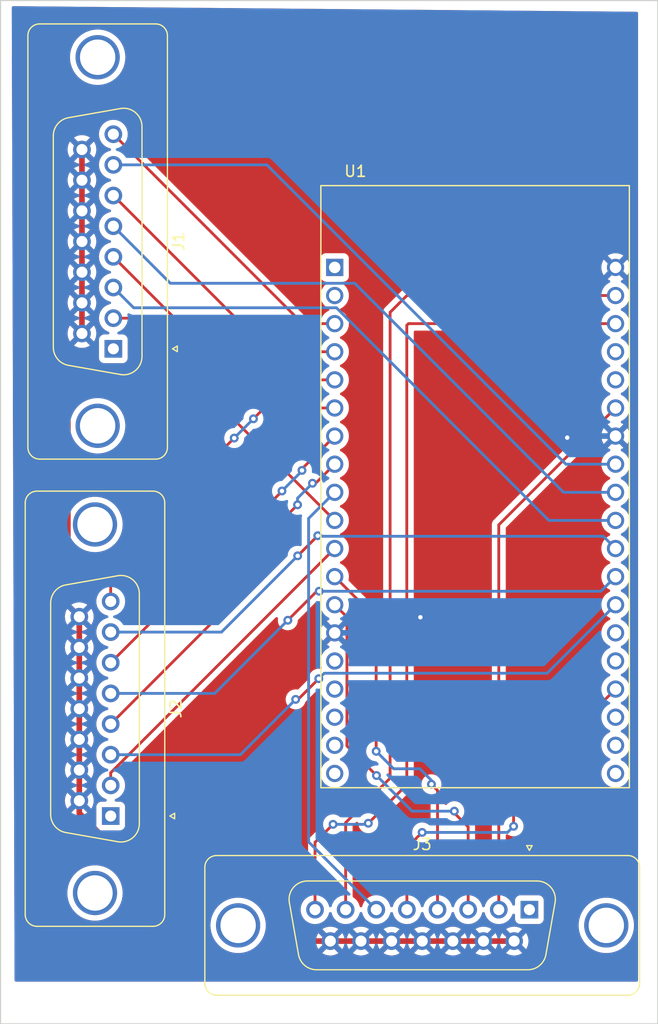
<source format=kicad_pcb>
(kicad_pcb (version 20221018) (generator pcbnew)
  (layers (0 "F.Cu" signal) (31 "B.Cu" signal) (34 "B.Paste" user) (35 "F.Paste" user) (36 "B.SilkS" user "B.Silkscreen") (37 "F.SilkS" user "F.Silkscreen") (38 "B.Mask" user) (39 "F.Mask" user) (44 "Edge.Cuts" user))
  (net 0 "")
  (net 2 "QD LED")
  (net 3 "QD Switch")
  (net 4 "Press LED")
  (net 5 "Press Switch")
  (net 6 "ARM LED")
  (net 7 "ARM Switch")
  (net 8 "GND")
  (net 10 "Mains LED")
  (net 11 "Mains Switch")
  (net 12 "Ignition LED")
  (net 13 "Ignition Switch")
  (net 14 "EQD LED")
  (net 15 "EQD Switch")
  (net 17 "Abort LED")
  (net 18 "Abort Button")
  (net 19 "ETH Press LED")
  (net 20 "LOX Press LED")
  (net 21 "+3.3V")
  (net 23 "+5V")
  (net 35 "Extra Pin 1")
  (net 36 "Extra Pin 2")
  (net 37 "Extra Pin 5")
  (net 38 "Extra Pin 4")
  (net 39 "Extra Pin 3")
  (footprint "Connector_Dsub:DSUB-15_Female_Vertical_P2.77x2.84mm_MountingHoles" (layer "F.Cu") (at 124.77 112.29 -90)
    (fp_text reference "J2" (at -9.695 -5.89 90) (layer "F.SilkS"))
    (fp_text value "DA15_Receptacle")
    (fp_line (start -29.355 6.67) (end -29.355 -3.83) (stroke (width 0.12)) (layer "F.SilkS"))
    (fp_line (start -28.295 -4.89) (end 8.905 -4.89) (stroke (width 0.12)) (layer "F.SilkS"))
    (fp_line (start -21.71147 -0.641744) (end -20.882733 4.058256) (stroke (width 0.12)) (layer "F.SilkS"))
    (fp_line (start -20.076689 -2.59) (end 0.686689 -2.59) (stroke (width 0.12)) (layer "F.SilkS"))
    (fp_line (start -19.247952 5.43) (end -0.142048 5.43) (stroke (width 0.12)) (layer "F.SilkS"))
    (fp_line (start -0.25 -5.784338) (end 0.25 -5.784338) (stroke (width 0.12)) (layer "F.SilkS"))
    (fp_line (start 0 -5.351325) (end -0.25 -5.784338) (stroke (width 0.12)) (layer "F.SilkS"))
    (fp_line (start 0.25 -5.784338) (end 0 -5.351325) (stroke (width 0.12)) (layer "F.SilkS"))
    (fp_line (start 2.32147 -0.641744) (end 1.492733 4.058256) (stroke (width 0.12)) (layer "F.SilkS"))
    (fp_line (start 8.905 7.73) (end -28.295 7.73) (stroke (width 0.12)) (layer "F.SilkS"))
    (fp_line (start 9.965 -3.83) (end 9.965 6.67) (stroke (width 0.12)) (layer "F.SilkS"))
    (fp_arc (start -29.355 -3.83) (mid -29.044533 -4.579533) (end -28.295 -4.89) (stroke (width 0.12)) (layer "F.SilkS"))
    (fp_arc (start -28.295 7.73) (mid -29.044533 7.419533) (end -29.355 6.67) (stroke (width 0.12)) (layer "F.SilkS"))
    (fp_arc (start -21.71147 -0.641744) (mid -21.348323 -1.997028) (end -20.076689 -2.59) (stroke (width 0.12)) (layer "F.SilkS"))
    (fp_arc (start -19.247952 5.43) (mid -20.31498 5.041634) (end -20.882733 4.058256) (stroke (width 0.12)) (layer "F.SilkS"))
    (fp_arc (start 0.686689 -2.59) (mid 1.958324 -1.997028) (end 2.32147 -0.641744) (stroke (width 0.12)) (layer "F.SilkS"))
    (fp_arc (start 1.492733 4.058256) (mid 0.92498 5.041634) (end -0.142048 5.43) (stroke (width 0.12)) (layer "F.SilkS"))
    (fp_arc (start 8.905 -4.89) (mid 9.654533 -4.579533) (end 9.965 -3.83) (stroke (width 0.12)) (layer "F.SilkS"))
    (fp_arc (start 9.965 6.67) (mid 9.654533 7.419533) (end 8.905 7.73) (stroke (width 0.12)) (layer "F.SilkS"))
    (pad "0" thru_hole circle (at -26.345 1.42 270) (size 4 4) (drill 3.2) (layers "*.Cu" "*.Mask"))
    (pad "0" thru_hole circle (at 6.955 1.42 270) (size 4 4) (drill 3.2) (layers "*.Cu" "*.Mask"))
    (pad "1" thru_hole rect (at 0 0 270) (size 1.6 1.6) (drill 1) (layers "*.Cu" "*.Mask"))
    (pad "2" thru_hole circle (at -2.77 0 270) (size 1.6 1.6) (drill 1) (layers "*.Cu" "*.Mask") (net 36 "Extra Pin 2"))
    (pad "3" thru_hole circle (at -5.54 0 270) (size 1.6 1.6) (drill 1) (layers "*.Cu" "*.Mask") (net 10 "Mains LED"))
    (pad "4" thru_hole circle (at -8.31 0 270) (size 1.6 1.6) (drill 1) (layers "*.Cu" "*.Mask") (net 11 "Mains Switch"))
    (pad "5" thru_hole circle (at -11.08 0 270) (size 1.6 1.6) (drill 1) (layers "*.Cu" "*.Mask") (net 12 "Ignition LED"))
    (pad "6" thru_hole circle (at -13.85 0 270) (size 1.6 1.6) (drill 1) (layers "*.Cu" "*.Mask") (net 13 "Ignition Switch"))
    (pad "7" thru_hole circle (at -16.62 0 270) (size 1.6 1.6) (drill 1) (layers "*.Cu" "*.Mask") (net 14 "EQD LED"))
    (pad "8" thru_hole circle (at -19.39 0 270) (size 1.6 1.6) (drill 1) (layers "*.Cu" "*.Mask") (net 15 "EQD Switch"))
    (pad "9" thru_hole circle (at -1.385 2.84 270) (size 1.6 1.6) (drill 1) (layers "*.Cu" "*.Mask") (net 8 "GND"))
    (pad "10" thru_hole circle (at -4.155 2.84 270) (size 1.6 1.6) (drill 1) (layers "*.Cu" "*.Mask") (net 8 "GND"))
    (pad "11" thru_hole circle (at -6.925 2.84 270) (size 1.6 1.6) (drill 1) (layers "*.Cu" "*.Mask") (net 8 "GND"))
    (pad "12" thru_hole circle (at -9.695 2.84 270) (size 1.6 1.6) (drill 1) (layers "*.Cu" "*.Mask") (net 8 "GND"))
    (pad "13" thru_hole circle (at -12.465 2.84 270) (size 1.6 1.6) (drill 1) (layers "*.Cu" "*.Mask") (net 8 "GND"))
    (pad "14" thru_hole circle (at -15.235 2.84 270) (size 1.6 1.6) (drill 1) (layers "*.Cu" "*.Mask") (net 8 "GND"))
    (pad "15" thru_hole circle (at -18.005 2.84 270) (size 1.6 1.6) (drill 1) (layers "*.Cu" "*.Mask") (net 8 "GND"))
  )
  (footprint "Ellie_Project_Footprints:MODULE_ESP32-DEVKITC-32D" (layer "F.Cu") (at 157.73 82.48)
    (fp_text reference "U1" (at -10.829175 -28.446045) (layer "F.SilkS") (effects (font (size 1.000386 1.000386))))
    (fp_text value "ESP32-DEVKITC-32D")
    (fp_line (start -13.95 -27.15) (end 13.95 -27.15) (stroke (width 0.127)) (layer "F.SilkS"))
    (fp_line (start -13.95 27.25) (end -13.95 -27.15) (stroke (width 0.127)) (layer "F.SilkS"))
    (fp_line (start 13.95 -27.15) (end 13.95 27.25) (stroke (width 0.127)) (layer "F.SilkS"))
    (fp_line (start 13.95 27.25) (end -13.95 27.25) (stroke (width 0.127)) (layer "F.SilkS"))
    (pad "1" thru_hole rect (at -12.7 -19.76) (size 1.56 1.56) (drill 1.04) (layers "*.Cu" "*.Mask") (net 21 "+3.3V"))
    (pad "2" thru_hole circle (at -12.7 -17.22) (size 1.56 1.56) (drill 1.04) (layers "*.Cu" "*.Mask"))
    (pad "3" thru_hole circle (at -12.7 -14.68) (size 1.56 1.56) (drill 1.04) (layers "*.Cu" "*.Mask") (net 7 "ARM Switch"))
    (pad "4" thru_hole circle (at -12.7 -12.14) (size 1.56 1.56) (drill 1.04) (layers "*.Cu" "*.Mask") (net 5 "Press Switch"))
    (pad "5" thru_hole circle (at -12.7 -9.6) (size 1.56 1.56) (drill 1.04) (layers "*.Cu" "*.Mask") (net 3 "QD Switch"))
    (pad "6" thru_hole circle (at -12.7 -7.06) (size 1.56 1.56) (drill 1.04) (layers "*.Cu" "*.Mask") (net 15 "EQD Switch"))
    (pad "7" thru_hole circle (at -12.7 -4.52) (size 1.56 1.56) (drill 1.04) (layers "*.Cu" "*.Mask") (net 13 "Ignition Switch"))
    (pad "8" thru_hole circle (at -12.7 -1.98) (size 1.56 1.56) (drill 1.04) (layers "*.Cu" "*.Mask") (net 11 "Mains Switch"))
    (pad "9" thru_hole circle (at -12.7 0.56) (size 1.56 1.56) (drill 1.04) (layers "*.Cu" "*.Mask") (net 18 "Abort Button"))
    (pad "10" thru_hole circle (at -12.7 3.1) (size 1.56 1.56) (drill 1.04) (layers "*.Cu" "*.Mask") (net 35 "Extra Pin 1"))
    (pad "11" thru_hole circle (at -12.7 5.64) (size 1.56 1.56) (drill 1.04) (layers "*.Cu" "*.Mask") (net 36 "Extra Pin 2"))
    (pad "12" thru_hole circle (at -12.7 8.18) (size 1.56 1.56) (drill 1.04) (layers "*.Cu" "*.Mask") (net 39 "Extra Pin 3"))
    (pad "13" thru_hole circle (at -12.7 10.72) (size 1.56 1.56) (drill 1.04) (layers "*.Cu" "*.Mask") (net 38 "Extra Pin 4"))
    (pad "14" thru_hole circle (at -12.7 13.26) (size 1.56 1.56) (drill 1.04) (layers "*.Cu" "*.Mask") (net 8 "GND"))
    (pad "15" thru_hole circle (at -12.7 15.8) (size 1.56 1.56) (drill 1.04) (layers "*.Cu" "*.Mask"))
    (pad "16" thru_hole circle (at -12.7 18.34) (size 1.56 1.56) (drill 1.04) (layers "*.Cu" "*.Mask"))
    (pad "17" thru_hole circle (at -12.7 20.88) (size 1.56 1.56) (drill 1.04) (layers "*.Cu" "*.Mask"))
    (pad "18" thru_hole circle (at -12.7 23.42) (size 1.56 1.56) (drill 1.04) (layers "*.Cu" "*.Mask"))
    (pad "19" thru_hole circle (at -12.7 25.96) (size 1.56 1.56) (drill 1.04) (layers "*.Cu" "*.Mask") (net 23 "+5V"))
    (pad "20" thru_hole circle (at 12.7 -19.76) (size 1.56 1.56) (drill 1.04) (layers "*.Cu" "*.Mask") (net 8 "GND"))
    (pad "21" thru_hole circle (at 12.7 -17.22) (size 1.56 1.56) (drill 1.04) (layers "*.Cu" "*.Mask") (net 19 "ETH Press LED"))
    (pad "22" thru_hole circle (at 12.7 -14.68) (size 1.56 1.56) (drill 1.04) (layers "*.Cu" "*.Mask") (net 20 "LOX Press LED"))
    (pad "23" thru_hole circle (at 12.7 -12.14) (size 1.56 1.56) (drill 1.04) (layers "*.Cu" "*.Mask"))
    (pad "24" thru_hole circle (at 12.7 -9.6) (size 1.56 1.56) (drill 1.04) (layers "*.Cu" "*.Mask"))
    (pad "25" thru_hole circle (at 12.7 -7.06) (size 1.56 1.56) (drill 1.04) (layers "*.Cu" "*.Mask") (net 37 "Extra Pin 5"))
    (pad "26" thru_hole circle (at 12.7 -4.52) (size 1.56 1.56) (drill 1.04) (layers "*.Cu" "*.Mask") (net 8 "GND"))
    (pad "27" thru_hole circle (at 12.7 -1.98) (size 1.56 1.56) (drill 1.04) (layers "*.Cu" "*.Mask") (net 6 "ARM LED"))
    (pad "28" thru_hole circle (at 12.7 0.56) (size 1.56 1.56) (drill 1.04) (layers "*.Cu" "*.Mask") (net 4 "Press LED"))
    (pad "29" thru_hole circle (at 12.7 3.1) (size 1.56 1.56) (drill 1.04) (layers "*.Cu" "*.Mask") (net 2 "QD LED"))
    (pad "30" thru_hole circle (at 12.7 5.64) (size 1.56 1.56) (drill 1.04) (layers "*.Cu" "*.Mask") (net 14 "EQD LED"))
    (pad "31" thru_hole circle (at 12.7 8.18) (size 1.56 1.56) (drill 1.04) (layers "*.Cu" "*.Mask") (net 12 "Ignition LED"))
    (pad "32" thru_hole circle (at 12.7 10.72) (size 1.56 1.56) (drill 1.04) (layers "*.Cu" "*.Mask") (net 10 "Mains LED"))
    (pad "33" thru_hole circle (at 12.7 13.26) (size 1.56 1.56) (drill 1.04) (layers "*.Cu" "*.Mask"))
    (pad "34" thru_hole circle (at 12.7 15.8) (size 1.56 1.56) (drill 1.04) (layers "*.Cu" "*.Mask"))
    (pad "35" thru_hole circle (at 12.7 18.34) (size 1.56 1.56) (drill 1.04) (layers "*.Cu" "*.Mask") (net 17 "Abort LED"))
    (pad "36" thru_hole circle (at 12.7 20.88) (size 1.56 1.56) (drill 1.04) (layers "*.Cu" "*.Mask"))
    (pad "37" thru_hole circle (at 12.7 23.42) (size 1.56 1.56) (drill 1.04) (layers "*.Cu" "*.Mask"))
    (pad "38" thru_hole circle (at 12.7 25.96) (size 1.56 1.56) (drill 1.04) (layers "*.Cu" "*.Mask"))
  )
  (footprint "Connector_Dsub:DSUB-15_Female_Vertical_P2.77x2.84mm_MountingHoles" (layer "F.Cu") (at 125.01 70.075 -90)
    (fp_text reference "J1" (at -9.695 -5.89 90) (layer "F.SilkS"))
    (fp_text value "DA15_Receptacle")
    (fp_line (start -29.355 6.67) (end -29.355 -3.83) (stroke (width 0.12)) (layer "F.SilkS"))
    (fp_line (start -28.295 -4.89) (end 8.905 -4.89) (stroke (width 0.12)) (layer "F.SilkS"))
    (fp_line (start -21.71147 -0.641744) (end -20.882733 4.058256) (stroke (width 0.12)) (layer "F.SilkS"))
    (fp_line (start -20.076689 -2.59) (end 0.686689 -2.59) (stroke (width 0.12)) (layer "F.SilkS"))
    (fp_line (start -19.247952 5.43) (end -0.142048 5.43) (stroke (width 0.12)) (layer "F.SilkS"))
    (fp_line (start -0.25 -5.784338) (end 0.25 -5.784338) (stroke (width 0.12)) (layer "F.SilkS"))
    (fp_line (start 0 -5.351325) (end -0.25 -5.784338) (stroke (width 0.12)) (layer "F.SilkS"))
    (fp_line (start 0.25 -5.784338) (end 0 -5.351325) (stroke (width 0.12)) (layer "F.SilkS"))
    (fp_line (start 2.32147 -0.641744) (end 1.492733 4.058256) (stroke (width 0.12)) (layer "F.SilkS"))
    (fp_line (start 8.905 7.73) (end -28.295 7.73) (stroke (width 0.12)) (layer "F.SilkS"))
    (fp_line (start 9.965 -3.83) (end 9.965 6.67) (stroke (width 0.12)) (layer "F.SilkS"))
    (fp_arc (start -29.355 -3.83) (mid -29.044533 -4.579533) (end -28.295 -4.89) (stroke (width 0.12)) (layer "F.SilkS"))
    (fp_arc (start -28.295 7.73) (mid -29.044533 7.419533) (end -29.355 6.67) (stroke (width 0.12)) (layer "F.SilkS"))
    (fp_arc (start -21.71147 -0.641744) (mid -21.348323 -1.997028) (end -20.076689 -2.59) (stroke (width 0.12)) (layer "F.SilkS"))
    (fp_arc (start -19.247952 5.43) (mid -20.31498 5.041634) (end -20.882733 4.058256) (stroke (width 0.12)) (layer "F.SilkS"))
    (fp_arc (start 0.686689 -2.59) (mid 1.958324 -1.997028) (end 2.32147 -0.641744) (stroke (width 0.12)) (layer "F.SilkS"))
    (fp_arc (start 1.492733 4.058256) (mid 0.92498 5.041634) (end -0.142048 5.43) (stroke (width 0.12)) (layer "F.SilkS"))
    (fp_arc (start 8.905 -4.89) (mid 9.654533 -4.579533) (end 9.965 -3.83) (stroke (width 0.12)) (layer "F.SilkS"))
    (fp_arc (start 9.965 6.67) (mid 9.654533 7.419533) (end 8.905 7.73) (stroke (width 0.12)) (layer "F.SilkS"))
    (pad "0" thru_hole circle (at -26.345 1.42 270) (size 4 4) (drill 3.2) (layers "*.Cu" "*.Mask"))
    (pad "0" thru_hole circle (at 6.955 1.42 270) (size 4 4) (drill 3.2) (layers "*.Cu" "*.Mask"))
    (pad "1" thru_hole rect (at 0 0 270) (size 1.6 1.6) (drill 1) (layers "*.Cu" "*.Mask"))
    (pad "2" thru_hole circle (at -2.77 0 270) (size 1.6 1.6) (drill 1) (layers "*.Cu" "*.Mask") (net 35 "Extra Pin 1"))
    (pad "3" thru_hole circle (at -5.54 0 270) (size 1.6 1.6) (drill 1) (layers "*.Cu" "*.Mask") (net 2 "QD LED"))
    (pad "4" thru_hole circle (at -8.31 0 270) (size 1.6 1.6) (drill 1) (layers "*.Cu" "*.Mask") (net 3 "QD Switch"))
    (pad "5" thru_hole circle (at -11.08 0 270) (size 1.6 1.6) (drill 1) (layers "*.Cu" "*.Mask") (net 4 "Press LED"))
    (pad "6" thru_hole circle (at -13.85 0 270) (size 1.6 1.6) (drill 1) (layers "*.Cu" "*.Mask") (net 5 "Press Switch"))
    (pad "7" thru_hole circle (at -16.62 0 270) (size 1.6 1.6) (drill 1) (layers "*.Cu" "*.Mask") (net 6 "ARM LED"))
    (pad "8" thru_hole circle (at -19.39 0 270) (size 1.6 1.6) (drill 1) (layers "*.Cu" "*.Mask") (net 7 "ARM Switch"))
    (pad "9" thru_hole circle (at -1.385 2.84 270) (size 1.6 1.6) (drill 1) (layers "*.Cu" "*.Mask") (net 8 "GND"))
    (pad "10" thru_hole circle (at -4.155 2.84 270) (size 1.6 1.6) (drill 1) (layers "*.Cu" "*.Mask") (net 8 "GND"))
    (pad "11" thru_hole circle (at -6.925 2.84 270) (size 1.6 1.6) (drill 1) (layers "*.Cu" "*.Mask") (net 8 "GND"))
    (pad "12" thru_hole circle (at -9.695 2.84 270) (size 1.6 1.6) (drill 1) (layers "*.Cu" "*.Mask") (net 8 "GND"))
    (pad "13" thru_hole circle (at -12.465 2.84 270) (size 1.6 1.6) (drill 1) (layers "*.Cu" "*.Mask") (net 8 "GND"))
    (pad "14" thru_hole circle (at -15.235 2.84 270) (size 1.6 1.6) (drill 1) (layers "*.Cu" "*.Mask") (net 8 "GND"))
    (pad "15" thru_hole circle (at -18.005 2.84 270) (size 1.6 1.6) (drill 1) (layers "*.Cu" "*.Mask") (net 8 "GND"))
  )
  (footprint "Connector_Dsub:DSUB-15_Female_Vertical_P2.77x2.84mm_MountingHoles" (layer "F.Cu") (at 162.64 120.75)
    (fp_text reference "J3" (at -9.695 -5.89) (layer "F.SilkS"))
    (fp_text value "DA15_Receptacle")
    (fp_line (start -29.355 6.67) (end -29.355 -3.83) (stroke (width 0.12)) (layer "F.SilkS"))
    (fp_line (start -28.295 -4.89) (end 8.905 -4.89) (stroke (width 0.12)) (layer "F.SilkS"))
    (fp_line (start -21.71147 -0.641744) (end -20.882733 4.058256) (stroke (width 0.12)) (layer "F.SilkS"))
    (fp_line (start -20.076689 -2.59) (end 0.686689 -2.59) (stroke (width 0.12)) (layer "F.SilkS"))
    (fp_line (start -19.247952 5.43) (end -0.142048 5.43) (stroke (width 0.12)) (layer "F.SilkS"))
    (fp_line (start -0.25 -5.784338) (end 0.25 -5.784338) (stroke (width 0.12)) (layer "F.SilkS"))
    (fp_line (start 0 -5.351325) (end -0.25 -5.784338) (stroke (width 0.12)) (layer "F.SilkS"))
    (fp_line (start 0.25 -5.784338) (end 0 -5.351325) (stroke (width 0.12)) (layer "F.SilkS"))
    (fp_line (start 2.32147 -0.641744) (end 1.492733 4.058256) (stroke (width 0.12)) (layer "F.SilkS"))
    (fp_line (start 8.905 7.73) (end -28.295 7.73) (stroke (width 0.12)) (layer "F.SilkS"))
    (fp_line (start 9.965 -3.83) (end 9.965 6.67) (stroke (width 0.12)) (layer "F.SilkS"))
    (fp_arc (start -29.355 -3.83) (mid -29.044533 -4.579533) (end -28.295 -4.89) (stroke (width 0.12)) (layer "F.SilkS"))
    (fp_arc (start -28.295 7.73) (mid -29.044533 7.419533) (end -29.355 6.67) (stroke (width 0.12)) (layer "F.SilkS"))
    (fp_arc (start -21.71147 -0.641744) (mid -21.348323 -1.997028) (end -20.076689 -2.59) (stroke (width 0.12)) (layer "F.SilkS"))
    (fp_arc (start -19.247952 5.43) (mid -20.31498 5.041634) (end -20.882733 4.058256) (stroke (width 0.12)) (layer "F.SilkS"))
    (fp_arc (start 0.686689 -2.59) (mid 1.958324 -1.997028) (end 2.32147 -0.641744) (stroke (width 0.12)) (layer "F.SilkS"))
    (fp_arc (start 1.492733 4.058256) (mid 0.92498 5.041634) (end -0.142048 5.43) (stroke (width 0.12)) (layer "F.SilkS"))
    (fp_arc (start 8.905 -4.89) (mid 9.654533 -4.579533) (end 9.965 -3.83) (stroke (width 0.12)) (layer "F.SilkS"))
    (fp_arc (start 9.965 6.67) (mid 9.654533 7.419533) (end 8.905 7.73) (stroke (width 0.12)) (layer "F.SilkS"))
    (pad "0" thru_hole circle (at -26.345 1.42) (size 4 4) (drill 3.2) (layers "*.Cu" "*.Mask"))
    (pad "0" thru_hole circle (at 6.955 1.42) (size 4 4) (drill 3.2) (layers "*.Cu" "*.Mask"))
    (pad "1" thru_hole rect (at 0 0) (size 1.6 1.6) (drill 1) (layers "*.Cu" "*.Mask"))
    (pad "2" thru_hole circle (at -2.77 0) (size 1.6 1.6) (drill 1) (layers "*.Cu" "*.Mask") (net 37 "Extra Pin 5"))
    (pad "3" thru_hole circle (at -5.54 0) (size 1.6 1.6) (drill 1) (layers "*.Cu" "*.Mask") (net 38 "Extra Pin 4"))
    (pad "4" thru_hole circle (at -8.31 0) (size 1.6 1.6) (drill 1) (layers "*.Cu" "*.Mask") (net 39 "Extra Pin 3"))
    (pad "5" thru_hole circle (at -11.08 0) (size 1.6 1.6) (drill 1) (layers "*.Cu" "*.Mask") (net 17 "Abort LED"))
    (pad "6" thru_hole circle (at -13.85 0) (size 1.6 1.6) (drill 1) (layers "*.Cu" "*.Mask") (net 18 "Abort Button"))
    (pad "7" thru_hole circle (at -16.62 0) (size 1.6 1.6) (drill 1) (layers "*.Cu" "*.Mask") (net 19 "ETH Press LED"))
    (pad "8" thru_hole circle (at -19.39 0) (size 1.6 1.6) (drill 1) (layers "*.Cu" "*.Mask") (net 20 "LOX Press LED"))
    (pad "9" thru_hole circle (at -1.385 2.84) (size 1.6 1.6) (drill 1) (layers "*.Cu" "*.Mask") (net 8 "GND"))
    (pad "10" thru_hole circle (at -4.155 2.84) (size 1.6 1.6) (drill 1) (layers "*.Cu" "*.Mask") (net 8 "GND"))
    (pad "11" thru_hole circle (at -6.925 2.84) (size 1.6 1.6) (drill 1) (layers "*.Cu" "*.Mask") (net 8 "GND"))
    (pad "12" thru_hole circle (at -9.695 2.84) (size 1.6 1.6) (drill 1) (layers "*.Cu" "*.Mask") (net 8 "GND"))
    (pad "13" thru_hole circle (at -12.465 2.84) (size 1.6 1.6) (drill 1) (layers "*.Cu" "*.Mask") (net 8 "GND"))
    (pad "14" thru_hole circle (at -15.235 2.84) (size 1.6 1.6) (drill 1) (layers "*.Cu" "*.Mask") (net 8 "GND"))
    (pad "15" thru_hole circle (at -18.005 2.84) (size 1.6 1.6) (drill 1) (layers "*.Cu" "*.Mask") (net 8 "GND"))
  )
  (gr_line (start 174.244 131.064) (end 114.808 131.064) (stroke (width 0.1)) (layer "Edge.Cuts"))
  (gr_line (start 114.808 38.608) (end 174.244 38.608) (stroke (width 0.1)) (layer "Edge.Cuts"))
  (gr_line (start 114.808 131.064) (end 114.808 38.608) (stroke (width 0.1)) (layer "Edge.Cuts"))
  (gr_line (start 174.244 38.608) (end 174.244 131.064) (stroke (width 0.1)) (layer "Edge.Cuts"))
  (segment (start 145.187 66.367) (end 164.4 85.58) (width 0.254) (layer "B.Cu") (net 2))
  (segment (start 164.4 85.58) (end 170.43 85.58) (width 0.254) (layer "B.Cu") (net 2))
  (segment (start 126.842 66.367) (end 145.187 66.367) (width 0.254) (layer "B.Cu") (net 2))
  (segment (start 125.01 64.535) (end 126.842 66.367) (width 0.254) (layer "B.Cu") (net 2))
  (segment (start 125.01 61.765) (end 136.125 72.88) (width 0.25) (layer "F.Cu") (net 3))
  (segment (start 136.125 72.88) (end 145.03 72.88) (width 0.25) (layer "F.Cu") (net 3))
  (segment (start 130.168 64.153) (end 125.01 58.995) (width 0.254) (layer "B.Cu") (net 4))
  (segment (start 165.73 83.04) (end 146.843 64.153) (width 0.254) (layer "B.Cu") (net 4))
  (segment (start 170.43 83.04) (end 165.73 83.04) (width 0.254) (layer "B.Cu") (net 4))
  (segment (start 146.843 64.153) (end 130.168 64.153) (width 0.254) (layer "B.Cu") (net 4))
  (segment (start 139.125 70.34) (end 125.01 56.225) (width 0.25) (layer "F.Cu") (net 5))
  (segment (start 145.03 70.34) (end 139.125 70.34) (width 0.25) (layer "F.Cu") (net 5))
  (segment (start 138.895 53.455) (end 165.94 80.5) (width 0.254) (layer "B.Cu") (net 6))
  (segment (start 125.01 53.455) (end 138.895 53.455) (width 0.254) (layer "B.Cu") (net 6))
  (segment (start 165.94 80.5) (end 170.43 80.5) (width 0.254) (layer "B.Cu") (net 6))
  (segment (start 145.03 67.8) (end 142.125 67.8) (width 0.25) (layer "F.Cu") (net 7))
  (segment (start 142.125 67.8) (end 125.01 50.685) (width 0.25) (layer "F.Cu") (net 7))
  (segment (start 122.17 57.61) (end 122.17 60.38) (width 0.508) (layer "F.Cu") (net 8))
  (segment (start 121.93 94.285) (end 120.896 93.251) (width 0.508) (layer "F.Cu") (net 8))
  (segment (start 158.485 123.59) (end 155.715 123.59) (width 0.508) (layer "F.Cu") (net 8))
  (segment (start 150.175 123.59) (end 147.405 123.59) (width 0.508) (layer "F.Cu") (net 8))
  (segment (start 147.405 123.59) (end 144.635 123.59) (width 0.508) (layer "F.Cu") (net 8))
  (segment (start 121.93 112.03637) (end 127.41363 117.52) (width 0.508) (layer "F.Cu") (net 8))
  (segment (start 122.17 54.84) (end 122.17 57.61) (width 0.508) (layer "F.Cu") (net 8))
  (segment (start 122.17 63.15) (end 122.17 65.92) (width 0.508) (layer "F.Cu") (net 8))
  (segment (start 155.715 123.59) (end 152.945 123.59) (width 0.508) (layer "F.Cu") (net 8))
  (segment (start 122.17 63.15) (end 122.17 60.38) (width 0.508) (layer "F.Cu") (net 8))
  (segment (start 127.41363 117.52) (end 131.65 117.52) (width 0.508) (layer "F.Cu") (net 8))
  (segment (start 121.93 110.905) (end 121.93 112.03637) (width 0.508) (layer "F.Cu") (net 8))
  (segment (start 142.93 123.59) (end 144.635 123.59) (width 0.508) (layer "F.Cu") (net 8))
  (segment (start 152.945 123.59) (end 150.175 123.59) (width 0.508) (layer "F.Cu") (net 8))
  (segment (start 152.78 91.38) (end 152.78 94.33) (width 0.508) (layer "F.Cu") (net 8))
  (segment (start 121.93 110.905) (end 121.93 108.135) (width 0.508) (layer "F.Cu") (net 8))
  (segment (start 120.896 93.251) (end 120.896 69.964) (width 0.508) (layer "F.Cu") (net 8))
  (segment (start 136.86 117.52) (end 142.93 123.59) (width 0.508) (layer "F.Cu") (net 8))
  (segment (start 166.06 78.1) (end 152.78 91.38) (width 0.508) (layer "F.Cu") (net 8))
  (segment (start 121.93 99.825) (end 121.93 102.595) (width 0.508) (layer "F.Cu") (net 8))
  (segment (start 121.93 105.365) (end 121.93 108.135) (width 0.508) (layer "F.Cu") (net 8))
  (segment (start 121.93 97.055) (end 121.93 99.825) (width 0.508) (layer "F.Cu") (net 8))
  (segment (start 121.93 105.365) (end 121.93 102.595) (width 0.508) (layer "F.Cu") (net 8))
  (segment (start 161.255 123.59) (end 158.485 123.59) (width 0.508) (layer "F.Cu") (net 8))
  (segment (start 131.65 109.12) (end 131.65 117.52) (width 0.508) (layer "F.Cu") (net 8))
  (segment (start 131.65 117.52) (end 136.86 117.52) (width 0.508) (layer "F.Cu") (net 8))
  (segment (start 122.17 65.92) (end 122.17 68.69) (width 0.508) (layer "F.Cu") (net 8))
  (segment (start 120.896 69.964) (end 122.17 68.69) (width 0.508) (layer "F.Cu") (net 8))
  (segment (start 122.17 52.07) (end 122.17 54.84) (width 0.508) (layer "F.Cu") (net 8))
  (segment (start 145.03 95.74) (end 131.65 109.12) (width 0.508) (layer "F.Cu") (net 8))
  (segment (start 121.93 94.285) (end 121.93 97.055) (width 0.508) (layer "F.Cu") (net 8))
  (via (at 166.06 78.1) (size 0.8) (drill 0.4) (layers "F.Cu" "B.Cu") (net 8))
  (via (at 152.78 94.33) (size 0.8) (drill 0.4) (layers "F.Cu" "B.Cu") (net 8))
  (segment (start 167.38 65.77) (end 167.38 77.43) (width 0.508) (layer "B.Cu") (net 8))
  (segment (start 152.78 94.33) (end 151.37 95.74) (width 0.508) (layer "B.Cu") (net 8))
  (segment (start 167.38 77.43) (end 166.85 77.96) (width 0.508) (layer "B.Cu") (net 8))
  (segment (start 166.2 77.96) (end 166.06 78.1) (width 0.508) (layer "B.Cu") (net 8))
  (segment (start 170.43 62.72) (end 167.38 65.77) (width 0.508) (layer "B.Cu") (net 8))
  (segment (start 166.85 77.96) (end 166.2 77.96) (width 0.508) (layer "B.Cu") (net 8))
  (segment (start 151.37 95.74) (end 145.03 95.74) (width 0.508) (layer "B.Cu") (net 8))
  (segment (start 170.43 77.96) (end 166.85 77.96) (width 0.508) (layer "B.Cu") (net 8))
  (segment (start 141.72 101.75) (end 141.5 101.75) (width 0.254) (layer "F.Cu") (net 10))
  (segment (start 143.59 99.88) (end 141.72 101.75) (width 0.254) (layer "F.Cu") (net 10))
  (via (at 143.59 99.88) (size 0.8) (drill 0.4) (layers "F.Cu" "B.Cu") (net 10))
  (via (at 141.5 101.75) (size 0.8) (drill 0.4) (layers "F.Cu" "B.Cu") (net 10))
  (segment (start 170.43 93.2) (end 164.243 99.387) (width 0.254) (layer "B.Cu") (net 10))
  (segment (start 136.5 106.75) (end 124.77 106.75) (width 0.254) (layer "B.Cu") (net 10))
  (segment (start 144.083 99.387) (end 143.59 99.88) (width 0.254) (layer "B.Cu") (net 10))
  (segment (start 141.5 101.75) (end 136.5 106.75) (width 0.254) (layer "B.Cu") (net 10))
  (segment (start 164.243 99.387) (end 144.083 99.387) (width 0.254) (layer "B.Cu") (net 10))
  (segment (start 143.31 82.22) (end 145.03 80.5) (width 0.25) (layer "F.Cu") (net 11))
  (segment (start 143.02 82.22) (end 143.31 82.22) (width 0.25) (layer "F.Cu") (net 11))
  (segment (start 141.01 85.88) (end 141.01 84.83) (width 0.25) (layer "F.Cu") (net 11))
  (segment (start 124.77 103.98) (end 141.01 87.74) (width 0.25) (layer "F.Cu") (net 11))
  (segment (start 141.01 84.83) (end 141.67 84.17) (width 0.25) (layer "F.Cu") (net 11))
  (segment (start 141.01 87.74) (end 141.01 85.88) (width 0.25) (layer "F.Cu") (net 11))
  (via (at 143.02 82.22) (size 0.8) (drill 0.4) (layers "F.Cu" "B.Cu") (net 11))
  (via (at 141.67 84.17) (size 0.8) (drill 0.4) (layers "F.Cu" "B.Cu") (net 11))
  (segment (start 141.67 84.17) (end 141.67 83.57) (width 0.25) (layer "B.Cu") (net 11))
  (segment (start 141.67 83.57) (end 143.02 82.22) (width 0.25) (layer "B.Cu") (net 11))
  (segment (start 140.79 94.6) (end 143.41 91.98) (width 0.254) (layer "F.Cu") (net 12))
  (segment (start 143.41 91.98) (end 143.63 91.98) (width 0.254) (layer "F.Cu") (net 12))
  (via (at 143.63 91.98) (size 0.8) (drill 0.4) (layers "F.Cu" "B.Cu") (net 12))
  (via (at 140.79 94.6) (size 0.8) (drill 0.4) (layers "F.Cu" "B.Cu") (net 12))
  (segment (start 134.18 101.21) (end 140.79 94.6) (width 0.254) (layer "B.Cu") (net 12))
  (segment (start 143.63 91.98) (end 169.11 91.98) (width 0.254) (layer "B.Cu") (net 12))
  (segment (start 169.11 91.98) (end 170.43 90.66) (width 0.254) (layer "B.Cu") (net 12))
  (segment (start 124.77 101.21) (end 134.18 101.21) (width 0.254) (layer "B.Cu") (net 12))
  (segment (start 142.07 81.06) (end 142.07 80.92) (width 0.25) (layer "F.Cu") (net 13))
  (segment (start 140.26 82.95) (end 140.26 82.92) (width 0.25) (layer "F.Cu") (net 13))
  (segment (start 124.77 98.44) (end 140.26 82.95) (width 0.25) (layer "F.Cu") (net 13))
  (segment (start 142.07 80.92) (end 145.03 77.96) (width 0.25) (layer "F.Cu") (net 13))
  (via (at 142.07 81.06) (size 0.8) (drill 0.4) (layers "F.Cu" "B.Cu") (net 13))
  (via (at 140.26 82.92) (size 0.8) (drill 0.4) (layers "F.Cu" "B.Cu") (net 13))
  (segment (start 142.07 81.11) (end 142.07 81.06) (width 0.25) (layer "B.Cu") (net 13))
  (segment (start 140.26 82.92) (end 142.07 81.11) (width 0.25) (layer "B.Cu") (net 13))
  (segment (start 143.5 86.96) (end 141.68 88.78) (width 0.254) (layer "F.Cu") (net 14))
  (via (at 143.5 86.96) (size 0.8) (drill 0.4) (layers "F.Cu" "B.Cu") (net 14))
  (via (at 141.68 88.78) (size 0.8) (drill 0.4) (layers "F.Cu" "B.Cu") (net 14))
  (segment (start 141.68 88.78) (end 134.79 95.67) (width 0.254) (layer "B.Cu") (net 14))
  (segment (start 143.553 87.013) (end 143.5 86.96) (width 0.254) (layer "B.Cu") (net 14))
  (segment (start 169.323 87.013) (end 143.553 87.013) (width 0.254) (layer "B.Cu") (net 14))
  (segment (start 170.43 88.12) (end 169.323 87.013) (width 0.254) (layer "B.Cu") (net 14))
  (segment (start 134.79 95.67) (end 124.77 95.67) (width 0.254) (layer "B.Cu") (net 14))
  (segment (start 124.77 89.31) (end 124.77 92.9) (width 0.25) (layer "F.Cu") (net 15))
  (segment (start 135.94 78.14) (end 124.77 89.31) (width 0.25) (layer "F.Cu") (net 15))
  (segment (start 138.66 75.42) (end 137.68 76.4) (width 0.25) (layer "F.Cu") (net 15))
  (segment (start 145.03 75.42) (end 138.66 75.42) (width 0.25) (layer "F.Cu") (net 15))
  (via (at 135.94 78.14) (size 0.8) (drill 0.4) (layers "F.Cu" "B.Cu") (net 15))
  (via (at 137.68 76.4) (size 0.8) (drill 0.4) (layers "F.Cu" "B.Cu") (net 15))
  (segment (start 137.68 76.4) (end 135.94 78.14) (width 0.25) (layer "B.Cu") (net 15))
  (segment (start 161.21 110.04) (end 170.43 100.82) (width 0.254) (layer "F.Cu") (net 17))
  (segment (start 151.56 120.75) (end 151.56 115.15) (width 0.254) (layer "F.Cu") (net 17))
  (segment (start 151.56 115.15) (end 152.94 113.77) (width 0.254) (layer "F.Cu") (net 17))
  (segment (start 161.21 113.22) (end 161.21 110.04) (width 0.254) (layer "F.Cu") (net 17))
  (via (at 152.94 113.77) (size 0.8) (drill 0.4) (layers "F.Cu" "B.Cu") (net 17))
  (via (at 161.21 113.22) (size 0.8) (drill 0.4) (layers "F.Cu" "B.Cu") (net 17))
  (segment (start 152.94 113.77) (end 160.66 113.77) (width 0.254) (layer "B.Cu") (net 17))
  (segment (start 160.66 113.77) (end 161.21 113.22) (width 0.254) (layer "B.Cu") (net 17))
  (segment (start 148.79 120.75) (end 142.67 114.63) (width 0.254) (layer "B.Cu") (net 18))
  (segment (start 142.67 114.63) (end 142.67 85.4) (width 0.254) (layer "B.Cu") (net 18))
  (segment (start 142.67 85.4) (end 145.03 83.04) (width 0.254) (layer "B.Cu") (net 18))
  (segment (start 151.56 65.26) (end 150.04 66.78) (width 0.254) (layer "F.Cu") (net 19))
  (segment (start 150.04 66.78) (end 150.04 108.87) (width 0.254) (layer "F.Cu") (net 19))
  (segment (start 170.43 65.26) (end 151.56 65.26) (width 0.254) (layer "F.Cu") (net 19))
  (segment (start 146.02 112.89) (end 146.02 120.75) (width 0.254) (layer "F.Cu") (net 19))
  (segment (start 150.04 108.87) (end 146.02 112.89) (width 0.254) (layer "F.Cu") (net 19))
  (segment (start 151.55 67.95) (end 151.55 109.46) (width 0.254) (layer "F.Cu") (net 20))
  (segment (start 151.55 109.46) (end 148.07 112.94) (width 0.254) (layer "F.Cu") (net 20))
  (segment (start 144.88 113.04) (end 143.25 114.67) (width 0.254) (layer "F.Cu") (net 20))
  (segment (start 151.7 67.8) (end 151.55 67.95) (width 0.254) (layer "F.Cu") (net 20))
  (segment (start 170.43 67.8) (end 151.7 67.8) (width 0.254) (layer "F.Cu") (net 20))
  (segment (start 143.25 114.67) (end 143.25 120.75) (width 0.254) (layer "F.Cu") (net 20))
  (via (at 144.88 113.04) (size 0.8) (drill 0.4) (layers "F.Cu" "B.Cu") (net 20))
  (via (at 148.07 112.94) (size 0.8) (drill 0.4) (layers "F.Cu" "B.Cu") (net 20))
  (segment (start 147.97 113.04) (end 144.88 113.04) (width 0.254) (layer "B.Cu") (net 20))
  (segment (start 148.07 112.94) (end 147.97 113.04) (width 0.254) (layer "B.Cu") (net 20))
  (segment (start 126.755 67.305) (end 145.03 85.58) (width 0.25) (layer "F.Cu") (net 35))
  (segment (start 125.01 67.305) (end 126.755 67.305) (width 0.25) (layer "F.Cu") (net 35))
  (segment (start 124.77 108.38) (end 124.77 109.52) (width 0.254) (layer "F.Cu") (net 36))
  (segment (start 145.03 88.12) (end 124.77 108.38) (width 0.254) (layer "F.Cu") (net 36))
  (segment (start 159.87 85.98) (end 159.87 120.75) (width 0.254) (layer "F.Cu") (net 37))
  (segment (start 170.43 75.42) (end 159.87 85.98) (width 0.254) (layer "F.Cu") (net 37))
  (segment (start 145.03 93.2) (end 146.137 94.307) (width 0.254) (layer "F.Cu") (net 38))
  (segment (start 146.137 105.957) (end 148.81 108.63) (width 0.254) (layer "F.Cu") (net 38))
  (segment (start 146.137 94.307) (end 146.137 105.957) (width 0.254) (layer "F.Cu") (net 38))
  (segment (start 155.85 112.02) (end 157.1 113.27) (width 0.254) (layer "F.Cu") (net 38))
  (segment (start 157.1 113.27) (end 157.1 120.75) (width 0.254) (layer "F.Cu") (net 38))
  (segment (start 155.85 111.85) (end 155.85 112.02) (width 0.254) (layer "F.Cu") (net 38))
  (via (at 148.81 108.63) (size 0.8) (drill 0.4) (layers "F.Cu" "B.Cu") (net 38))
  (via (at 155.85 111.85) (size 0.8) (drill 0.4) (layers "F.Cu" "B.Cu") (net 38))
  (segment (start 148.81 108.63) (end 152.03 111.85) (width 0.254) (layer "B.Cu") (net 38))
  (segment (start 152.03 111.85) (end 155.85 111.85) (width 0.254) (layer "B.Cu") (net 38))
  (segment (start 145.03 90.66) (end 148.78 94.41) (width 0.254) (layer "F.Cu") (net 39))
  (segment (start 154.33 109.97) (end 154.33 120.75) (width 0.254) (layer "F.Cu") (net 39))
  (segment (start 153.78 109.42) (end 154.33 109.97) (width 0.254) (layer "F.Cu") (net 39))
  (segment (start 148.78 94.41) (end 148.78 106.44) (width 0.254) (layer "F.Cu") (net 39))
  (via (at 148.78 106.44) (size 0.8) (drill 0.4) (layers "F.Cu" "B.Cu") (net 39))
  (via (at 153.78 109.42) (size 0.8) (drill 0.4) (layers "F.Cu" "B.Cu") (net 39))
  (segment (start 150.36 108.02) (end 152.73 108.02) (width 0.254) (layer "B.Cu") (net 39))
  (segment (start 152.73 108.02) (end 153.78 109.07) (width 0.254) (layer "B.Cu") (net 39))
  (segment (start 148.78 106.44) (end 150.36 108.02) (width 0.254) (layer "B.Cu") (net 39))
  (segment (start 153.78 109.07) (end 153.78 109.42) (width 0.254) (layer "B.Cu") (net 39))
  (zone (net 8) (net_name "GND") (layers "F&B.Cu") (connect_pads (clearance 0.5)) (min_thickness 0.25) (fill yes (thermal_gap 0.5) (thermal_bridge_width 0.5))
    (polygon (pts (xy 115.824 39.116) (xy 172.466 39.624) (xy 172.466 127.254) (xy 116.078 127.254)))
  )
)
</source>
